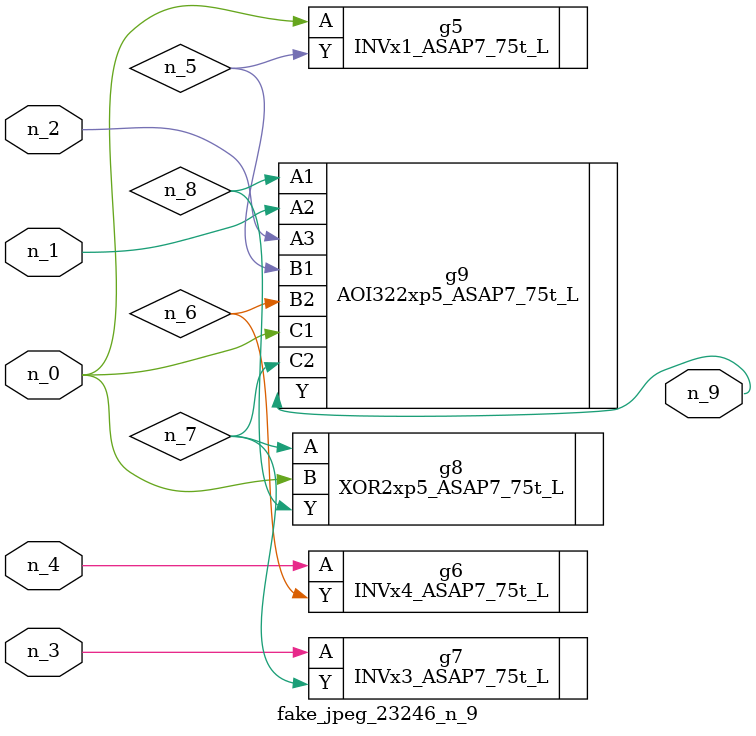
<source format=v>
module fake_jpeg_23246_n_9 (n_3, n_2, n_1, n_0, n_4, n_9);

input n_3;
input n_2;
input n_1;
input n_0;
input n_4;

output n_9;

wire n_8;
wire n_6;
wire n_5;
wire n_7;

INVx1_ASAP7_75t_L g5 ( 
.A(n_0),
.Y(n_5)
);

INVx4_ASAP7_75t_L g6 ( 
.A(n_4),
.Y(n_6)
);

INVx3_ASAP7_75t_L g7 ( 
.A(n_3),
.Y(n_7)
);

XOR2xp5_ASAP7_75t_L g8 ( 
.A(n_7),
.B(n_0),
.Y(n_8)
);

AOI322xp5_ASAP7_75t_L g9 ( 
.A1(n_8),
.A2(n_1),
.A3(n_2),
.B1(n_5),
.B2(n_6),
.C1(n_0),
.C2(n_7),
.Y(n_9)
);


endmodule
</source>
